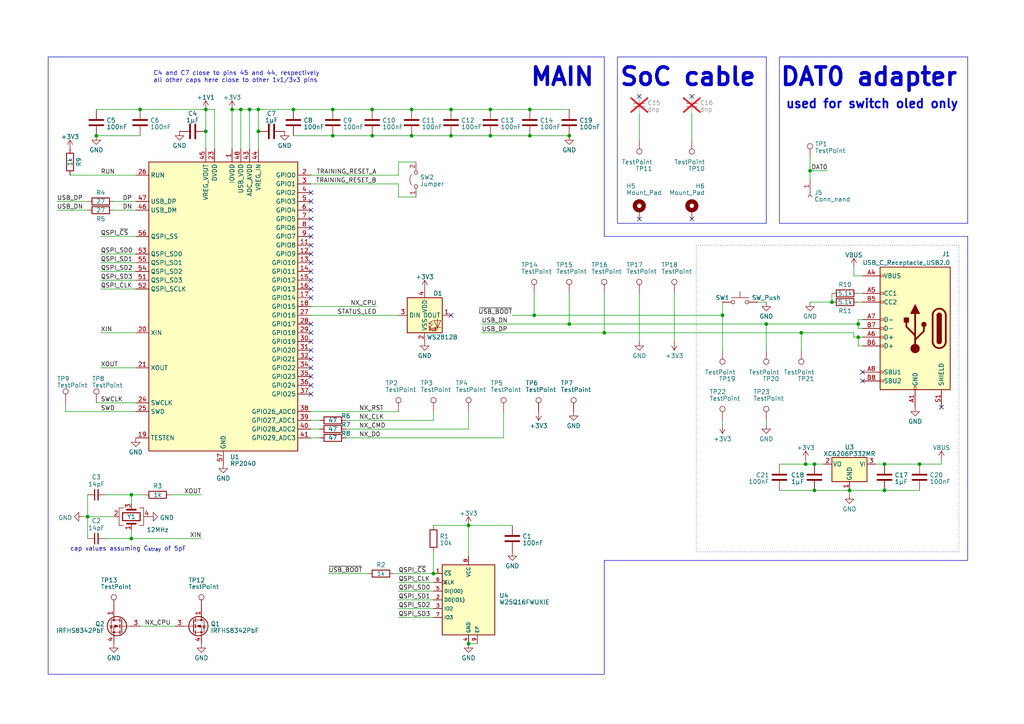
<source format=kicad_sch>
(kicad_sch (version 20230121) (generator eeschema)
  (paper "A4")
  (lib_symbols
    (symbol "Connector:Conn_01x01_Socket" (pin_names (offset 1.016) hide)
      (property "Reference" "J" (at 0 2.54 0))
      (property "Value" "Conn_01x01_Socket" (at 0 -2.54 0))
      (symbol "Conn_01x01_Socket_1_1"
        (pin passive line (at -5.08 0 0) (length 3.81) (name "Pin_1") (number "1"))
      )
    )
    (symbol "Connector:TestPoint" (pin_numbers hide) (pin_names (offset 0.762) hide)
      (property "Reference" "TP" (at 0 6.858 0))
      (property "Value" "TestPoint" (at 0 5.08 0))
      (symbol "TestPoint_1_1"
        (pin passive line (at 0 0 90) (length 2.54) (name "1") (number "1"))
      )
    )
    (symbol "Connector:USB_C_Receptacle_USB2.0" (pin_names (offset 1.016))
      (property "Reference" "J" (at -10.16 19.05 0))
      (property "Value" "USB_C_Receptacle_USB2.0" (at 19.05 19.05 0))
      (symbol "USB_C_Receptacle_USB2.0_1_1"
        (pin passive line (at 0 -22.86 90) (length 5.08) (name "GND") (number "A1"))
        (pin passive line (at 0 -22.86 90) (length 5.08) hide (name "GND") (number "A12"))
        (pin passive line (at 15.24 15.24 180) (length 5.08) (name "VBUS") (number "A4"))
        (pin bidirectional line (at 15.24 10.16 180) (length 5.08) (name "CC1") (number "A5"))
        (pin bidirectional line (at 15.24 -2.54 180) (length 5.08) (name "D+") (number "A6"))
        (pin bidirectional line (at 15.24 2.54 180) (length 5.08) (name "D-") (number "A7"))
        (pin bidirectional line (at 15.24 -12.7 180) (length 5.08) (name "SBU1") (number "A8"))
        (pin passive line (at 15.24 15.24 180) (length 5.08) hide (name "VBUS") (number "A9"))
        (pin passive line (at 0 -22.86 90) (length 5.08) hide (name "GND") (number "B1"))
        (pin passive line (at 0 -22.86 90) (length 5.08) hide (name "GND") (number "B12"))
        (pin passive line (at 15.24 15.24 180) (length 5.08) hide (name "VBUS") (number "B4"))
        (pin bidirectional line (at 15.24 7.62 180) (length 5.08) (name "CC2") (number "B5"))
        (pin bidirectional line (at 15.24 -5.08 180) (length 5.08) (name "D+") (number "B6"))
        (pin bidirectional line (at 15.24 0 180) (length 5.08) (name "D-") (number "B7"))
        (pin bidirectional line (at 15.24 -15.24 180) (length 5.08) (name "SBU2") (number "B8"))
        (pin passive line (at 15.24 15.24 180) (length 5.08) hide (name "VBUS") (number "B9"))
        (pin passive line (at -7.62 -22.86 90) (length 5.08) (name "SHIELD") (number "S1"))
      )
    )
    (symbol "Device:C" (pin_numbers hide) (pin_names (offset 0.254))
      (property "Reference" "C" (at 0.635 2.54 0))
      (property "Value" "C" (at 0.635 -2.54 0))
      (symbol "C_1_1"
        (pin passive line (at 0 3.81 270) (length 2.794) (name "~") (number "1"))
        (pin passive line (at 0 -3.81 90) (length 2.794) (name "~") (number "2"))
      )
    )
    (symbol "Device:C_Small" (pin_numbers hide) (pin_names (offset 0.254) hide)
      (property "Reference" "C" (at 0.254 1.778 0))
      (property "Value" "C_Small" (at 0.254 -2.032 0))
      (symbol "C_Small_1_1"
        (pin passive line (at 0 2.54 270) (length 2.032) (name "~") (number "1"))
        (pin passive line (at 0 -2.54 90) (length 2.032) (name "~") (number "2"))
      )
    )
    (symbol "Device:Crystal_GND24" (pin_names (offset 1.016) hide)
      (property "Reference" "Y" (at 3.175 5.08 0))
      (property "Value" "Crystal_GND24" (at 3.175 3.175 0))
      (symbol "Crystal_GND24_1_1"
        (pin passive line (at -3.81 0 0) (length 1.27) (name "1") (number "1"))
        (pin passive line (at 0 5.08 270) (length 1.27) (name "2") (number "2"))
        (pin passive line (at 3.81 0 180) (length 1.27) (name "3") (number "3"))
        (pin passive line (at 0 -5.08 90) (length 1.27) (name "4") (number "4"))
      )
    )
    (symbol "Device:R" (pin_numbers hide) (pin_names (offset 0))
      (property "Reference" "R" (at 2.032 0 90))
      (property "Value" "R" (at 0 0 90))
      (symbol "R_1_1"
        (pin passive line (at 0 3.81 270) (length 1.27) (name "~") (number "1"))
        (pin passive line (at 0 -3.81 90) (length 1.27) (name "~") (number "2"))
      )
    )
    (symbol "Jumper:Jumper_2_Open" (pin_names (offset 0) hide)
      (property "Reference" "JP" (at 0 2.794 0))
      (property "Value" "Jumper_2_Open" (at 0 -2.286 0))
      (symbol "Jumper_2_Open_1_1"
        (pin passive line (at -5.08 0 0) (length 2.54) (name "A") (number "1"))
        (pin passive line (at 5.08 0 180) (length 2.54) (name "B") (number "2"))
      )
    )
    (symbol "MCU_RaspberryPi:RP2040"
      (property "Reference" "U" (at 17.78 45.72 0))
      (property "Value" "RP2040" (at 17.78 43.18 0))
      (symbol "RP2040_1_1"
        (pin power_in line (at 2.54 45.72 270) (length 3.81) (name "IOVDD") (number "1"))
        (pin passive line (at 2.54 45.72 270) (length 3.81) hide (name "IOVDD") (number "10"))
        (pin bidirectional line (at 25.4 17.78 180) (length 3.81) (name "GPIO8") (number "11"))
        (pin bidirectional line (at 25.4 15.24 180) (length 3.81) (name "GPIO9") (number "12"))
        (pin bidirectional line (at 25.4 12.7 180) (length 3.81) (name "GPIO10") (number "13"))
        (pin bidirectional line (at 25.4 10.16 180) (length 3.81) (name "GPIO11") (number "14"))
        (pin bidirectional line (at 25.4 7.62 180) (length 3.81) (name "GPIO12") (number "15"))
        (pin bidirectional line (at 25.4 5.08 180) (length 3.81) (name "GPIO13") (number "16"))
        (pin bidirectional line (at 25.4 2.54 180) (length 3.81) (name "GPIO14") (number "17"))
        (pin bidirectional line (at 25.4 0 180) (length 3.81) (name "GPIO15") (number "18"))
        (pin input line (at -25.4 -38.1 0) (length 3.81) (name "TESTEN") (number "19"))
        (pin bidirectional line (at 25.4 38.1 180) (length 3.81) (name "GPIO0") (number "2"))
        (pin input line (at -25.4 -7.62 0) (length 3.81) (name "XIN") (number "20"))
        (pin passive line (at -25.4 -17.78 0) (length 3.81) (name "XOUT") (number "21"))
        (pin passive line (at 2.54 45.72 270) (length 3.81) hide (name "IOVDD") (number "22"))
        (pin power_in line (at -2.54 45.72 270) (length 3.81) (name "DVDD") (number "23"))
        (pin input line (at -25.4 -27.94 0) (length 3.81) (name "SWCLK") (number "24"))
        (pin bidirectional line (at -25.4 -30.48 0) (length 3.81) (name "SWD") (number "25"))
        (pin input line (at -25.4 38.1 0) (length 3.81) (name "RUN") (number "26"))
        (pin bidirectional line (at 25.4 -2.54 180) (length 3.81) (name "GPIO16") (number "27"))
        (pin bidirectional line (at 25.4 -5.08 180) (length 3.81) (name "GPIO17") (number "28"))
        (pin bidirectional line (at 25.4 -7.62 180) (length 3.81) (name "GPIO18") (number "29"))
        (pin bidirectional line (at 25.4 35.56 180) (length 3.81) (name "GPIO1") (number "3"))
        (pin bidirectional line (at 25.4 -10.16 180) (length 3.81) (name "GPIO19") (number "30"))
        (pin bidirectional line (at 25.4 -12.7 180) (length 3.81) (name "GPIO20") (number "31"))
        (pin bidirectional line (at 25.4 -15.24 180) (length 3.81) (name "GPIO21") (number "32"))
        (pin passive line (at 2.54 45.72 270) (length 3.81) hide (name "IOVDD") (number "33"))
        (pin bidirectional line (at 25.4 -17.78 180) (length 3.81) (name "GPIO22") (number "34"))
        (pin bidirectional line (at 25.4 -20.32 180) (length 3.81) (name "GPIO23") (number "35"))
        (pin bidirectional line (at 25.4 -22.86 180) (length 3.81) (name "GPIO24") (number "36"))
        (pin bidirectional line (at 25.4 -25.4 180) (length 3.81) (name "GPIO25") (number "37"))
        (pin bidirectional line (at 25.4 -30.48 180) (length 3.81) (name "GPIO26_ADC0") (number "38"))
        (pin bidirectional line (at 25.4 -33.02 180) (length 3.81) (name "GPIO27_ADC1") (number "39"))
        (pin bidirectional line (at 25.4 33.02 180) (length 3.81) (name "GPIO2") (number "4"))
        (pin bidirectional line (at 25.4 -35.56 180) (length 3.81) (name "GPIO28_ADC2") (number "40"))
        (pin bidirectional line (at 25.4 -38.1 180) (length 3.81) (name "GPIO29_ADC3") (number "41"))
        (pin passive line (at 2.54 45.72 270) (length 3.81) hide (name "IOVDD") (number "42"))
        (pin power_in line (at 7.62 45.72 270) (length 3.81) (name "ADC_AVDD") (number "43"))
        (pin power_in line (at 10.16 45.72 270) (length 3.81) (name "VREG_IN") (number "44"))
        (pin power_out line (at -5.08 45.72 270) (length 3.81) (name "VREG_VOUT") (number "45"))
        (pin bidirectional line (at -25.4 27.94 0) (length 3.81) (name "USB_DM") (number "46"))
        (pin bidirectional line (at -25.4 30.48 0) (length 3.81) (name "USB_DP") (number "47"))
        (pin power_in line (at 5.08 45.72 270) (length 3.81) (name "USB_VDD") (number "48"))
        (pin passive line (at 2.54 45.72 270) (length 3.81) hide (name "IOVDD") (number "49"))
        (pin bidirectional line (at 25.4 30.48 180) (length 3.81) (name "GPIO3") (number "5"))
        (pin passive line (at -2.54 45.72 270) (length 3.81) hide (name "DVDD") (number "50"))
        (pin bidirectional line (at -25.4 7.62 0) (length 3.81) (name "QSPI_SD3") (number "51"))
        (pin output line (at -25.4 5.08 0) (length 3.81) (name "QSPI_SCLK") (number "52"))
        (pin bidirectional line (at -25.4 15.24 0) (length 3.81) (name "QSPI_SD0") (number "53"))
        (pin bidirectional line (at -25.4 10.16 0) (length 3.81) (name "QSPI_SD2") (number "54"))
        (pin bidirectional line (at -25.4 12.7 0) (length 3.81) (name "QSPI_SD1") (number "55"))
        (pin bidirectional line (at -25.4 20.32 0) (length 3.81) (name "QSPI_SS") (number "56"))
        (pin power_in line (at 0 -45.72 90) (length 3.81) (name "GND") (number "57"))
        (pin bidirectional line (at 25.4 27.94 180) (length 3.81) (name "GPIO4") (number "6"))
        (pin bidirectional line (at 25.4 25.4 180) (length 3.81) (name "GPIO5") (number "7"))
        (pin bidirectional line (at 25.4 22.86 180) (length 3.81) (name "GPIO6") (number "8"))
        (pin bidirectional line (at 25.4 20.32 180) (length 3.81) (name "GPIO7") (number "9"))
      )
    )
    (symbol "Mechanical:MountingHole_Pad" (pin_numbers hide) (pin_names (offset 1.016) hide)
      (property "Reference" "H" (at 0 6.35 0))
      (property "Value" "MountingHole_Pad" (at 0 4.445 0))
      (symbol "MountingHole_Pad_1_1"
        (pin input line (at 0 -2.54 90) (length 2.54) (name "1") (number "1"))
      )
    )
    (symbol "Regulator_Linear:XC6206PxxxMR" (pin_names (offset 0.254))
      (property "Reference" "U" (at -3.81 3.175 0))
      (property "Value" "XC6206PxxxMR" (at 0 3.175 0))
      (symbol "XC6206PxxxMR_1_1"
        (pin power_in line (at 0 -7.62 90) (length 2.54) (name "GND") (number "1"))
        (pin power_out line (at 7.62 0 180) (length 2.54) (name "VO") (number "2"))
        (pin power_in line (at -7.62 0 0) (length 2.54) (name "VI") (number "3"))
      )
    )
    (symbol "Switch:SW_Push" (pin_numbers hide) (pin_names (offset 1.016) hide)
      (property "Reference" "SW" (at 1.27 2.54 0))
      (property "Value" "SW_Push" (at 0 -1.524 0))
      (symbol "SW_Push_0_1"
        (pin passive line (at -5.08 0 0) (length 2.54) (name "1") (number "1"))
        (pin passive line (at 5.08 0 180) (length 2.54) (name "2") (number "2"))
      )
    )
    (symbol "flexifly:IRFHS8342PbF"
      (property "Reference" "Q" (at 3.81 5.08 0))
      (property "Value" "IRFHS8342PbF" (at 10.16 2.54 0))
      (symbol "IRFHS8342PbF_1_1"
        (pin passive line (at 1.27 5.08 270) (length 2.54) (name "") (number "1"))
        (pin passive line (at 1.27 5.08 270) (length 2.54) hide (name "") (number "2"))
        (pin passive line (at -6.35 0 0) (length 2.54) (name "") (number "3"))
        (pin passive line (at 1.27 -5.08 90) (length 2.54) (name "") (number "4"))
        (pin passive line (at 1.27 5.08 270) (length 2.54) hide (name "") (number "5"))
        (pin passive line (at 1.27 5.08 270) (length 2.54) hide (name "") (number "6"))
        (pin passive line (at 1.27 -5.08 90) (length 2.54) hide (name "") (number "7"))
        (pin passive line (at 1.27 5.08 270) (length 2.54) hide (name "") (number "8"))
      )
    )
    (symbol "flexifly:W25QxxxxUXxx"
      (property "Reference" "U" (at -6.35 11.43 0))
      (property "Value" "W25QxxxxUXxx" (at -8.89 -11.43 0))
      (symbol "W25QxxxxUXxx_0_0"
        (pin input line (at -10.16 7.62 0) (length 2.54) (name "~{CS}") (number "1"))
        (pin bidirectional line (at -10.16 0 0) (length 2.54) (name "DO(IO1)") (number "2"))
        (pin bidirectional line (at -10.16 -2.54 0) (length 2.54) (name "IO2") (number "3"))
        (pin power_in line (at 0 -12.7 90) (length 2.54) (name "GND") (number "4"))
        (pin bidirectional line (at -10.16 2.54 0) (length 2.54) (name "DI(IO0)") (number "5"))
        (pin input clock (at -10.16 5.08 0) (length 2.54) (name "CLK") (number "6"))
        (pin bidirectional line (at -10.16 -5.08 0) (length 2.54) (name "IO3") (number "7"))
      )
      (symbol "W25QxxxxUXxx_1_0"
        (pin power_in line (at 0 12.7 270) (length 2.54) (name "VCC") (number "8"))
        (pin power_in line (at 2.54 -12.7 90) (length 2.54) (name "EP") (number "9"))
      )
    )
    (symbol "flexifly:WS2812B-2020"
      (property "Reference" "U" (at 3.81 6.35 0))
      (property "Value" "WS2812B-2020" (at 0 0 0))
      (symbol "WS2812B-2020_0_0"
        (text "RGB" (at 2.286 -4.191 0) (effects (font (size 0.762 0.762))))
      )
      (symbol "WS2812B-2020_1_1"
        (pin output line (at 7.62 0 180) (length 2.54) (name "DOUT") (number "1"))
        (pin power_in line (at 0 -7.62 90) (length 2.54) (name "VSS") (number "2"))
        (pin input line (at -7.62 0 0) (length 2.54) (name "DIN") (number "3"))
        (pin power_in line (at 0 7.62 270) (length 2.54) (name "VDD") (number "4"))
      )
    )
    (symbol "power:+1V1" (power) (pin_names (offset 0))
      (property "Value" "+1V1" (at 0 3.556 0))
      (symbol "+1V1_1_1"
        (pin power_in line (at 0 0 90) (length 0) hide (name "+1V1") (number "1"))
      )
    )
    (symbol "power:+3V3" (power) (pin_names (offset 0))
      (property "Value" "+3V3" (at 0 3.556 0))
      (symbol "+3V3_1_1"
        (pin power_in line (at 0 0 90) (length 0) hide (name "+3V3") (number "1"))
      )
    )
    (symbol "power:GND" (power) (pin_names (offset 0))
      (property "Value" "GND" (at 0 -3.81 0))
      (symbol "GND_1_1"
        (pin power_in line (at 0 0 270) (length 0) hide (name "GND") (number "1"))
      )
    )
    (symbol "power:VBUS" (power) (pin_names (offset 0))
      (property "Value" "VBUS" (at 0 3.81 0))
      (symbol "VBUS_1_1"
        (pin power_in line (at 0 0 90) (length 0) hide (name "VBUS") (number "1"))
      )
    )
  )
  (junction (at 27.94 39.37))
  (junction (at 85.09 31.75))
  (junction (at 248.92 93.98))
  (junction (at 234.95 49.53))
  (junction (at 74.93 31.75))
  (junction (at 59.69 38.1))
  (junction (at 266.7 134.62))
  (junction (at 96.52 31.75))
  (junction (at 25.4 149.86))
  (junction (at 119.38 39.37))
  (junction (at 130.81 31.75))
  (junction (at 72.39 31.75))
  (junction (at 96.52 39.37))
  (junction (at 222.25 93.98))
  (junction (at 175.26 96.52))
  (junction (at 165.1 39.37))
  (junction (at 236.22 142.24))
  (junction (at 232.41 96.52))
  (junction (at 142.24 31.75))
  (junction (at 256.54 142.24))
  (junction (at 38.1 156.21))
  (junction (at 125.73 166.37))
  (junction (at 153.67 39.37))
  (junction (at 119.38 31.75))
  (junction (at 69.85 31.75))
  (junction (at 67.31 31.75))
  (junction (at 107.95 31.75))
  (junction (at 236.22 134.62))
  (junction (at 165.1 93.98))
  (junction (at 142.24 39.37))
  (junction (at 38.1 143.51))
  (junction (at 59.69 31.75))
  (junction (at 130.81 39.37))
  (junction (at 248.92 97.79))
  (junction (at 256.54 134.62))
  (junction (at 135.89 152.4))
  (junction (at 209.55 91.44))
  (junction (at 40.64 31.75))
  (junction (at 233.68 134.62))
  (junction (at 135.89 186.69))
  (junction (at 74.93 38.1))
  (junction (at 153.67 31.75))
  (junction (at 241.3 87.63))
  (junction (at 107.95 39.37))
  (junction (at 154.94 91.44))
  (junction (at 246.38 142.24))
  (no_connect (at 90.17 71.12))
  (no_connect (at 90.17 60.96))
  (no_connect (at 90.17 99.06))
  (no_connect (at 250.19 107.95))
  (no_connect (at 273.05 118.11))
  (no_connect (at 90.17 68.58))
  (no_connect (at 250.19 110.49))
  (no_connect (at 90.17 114.3))
  (no_connect (at 90.17 109.22))
  (no_connect (at 90.17 63.5))
  (no_connect (at 90.17 104.14))
  (no_connect (at 90.17 93.98))
  (no_connect (at 90.17 55.88))
  (no_connect (at 90.17 106.68))
  (no_connect (at 90.17 111.76))
  (no_connect (at 90.17 83.82))
  (no_connect (at 90.17 73.66))
  (no_connect (at 200.66 63.5))
  (no_connect (at 90.17 96.52))
  (no_connect (at 90.17 86.36))
  (no_connect (at 90.17 76.2))
  (no_connect (at 185.42 63.5))
  (no_connect (at 90.17 81.28))
  (no_connect (at 200.66 27.94))
  (no_connect (at 130.81 91.44))
  (no_connect (at 90.17 78.74))
  (no_connect (at 90.17 66.04))
  (no_connect (at 90.17 58.42))
  (no_connect (at 185.42 27.94))
  (no_connect (at 90.17 101.6))
  (polyline (pts (xy 175.26 68.58) (xy 280.67 68.58)))
  (wire (pts (xy 115.57 57.15) (xy 120.65 57.15)))
  (wire (pts (xy 222.25 93.98) (xy 222.25 101.6)))
  (wire (pts (xy 40.64 181.61) (xy 50.8 181.61)))
  (wire (pts (xy 38.1 153.67) (xy 38.1 156.21)))
  (wire (pts (xy 72.39 31.75) (xy 72.39 43.18)))
  (wire (pts (xy 139.7 93.98) (xy 165.1 93.98)))
  (wire (pts (xy 248.92 85.09) (xy 250.19 85.09)))
  (wire (pts (xy 115.57 168.91) (xy 125.73 168.91)))
  (wire (pts (xy 30.48 143.51) (xy 38.1 143.51)))
  (wire (pts (xy 33.02 60.96) (xy 39.37 60.96)))
  (wire (pts (xy 100.33 124.46) (xy 135.89 124.46)))
  (polyline (pts (xy 13.97 195.58) (xy 13.97 16.51)))
  (wire (pts (xy 233.68 134.62) (xy 236.22 134.62)))
  (wire (pts (xy 25.4 149.86) (xy 33.02 149.86)))
  (wire (pts (xy 209.55 87.63) (xy 209.55 91.44)))
  (wire (pts (xy 234.95 49.53) (xy 234.95 52.07)))
  (wire (pts (xy 232.41 96.52) (xy 247.65 96.52)))
  (polyline (pts (xy 175.26 16.51) (xy 175.26 68.58)))
  (wire (pts (xy 130.81 31.75) (xy 142.24 31.75)))
  (wire (pts (xy 29.21 106.68) (xy 39.37 106.68)))
  (wire (pts (xy 154.94 91.44) (xy 209.55 91.44)))
  (wire (pts (xy 115.57 53.34) (xy 115.57 57.15)))
  (wire (pts (xy 38.1 143.51) (xy 38.1 146.05)))
  (wire (pts (xy 115.57 173.99) (xy 125.73 173.99)))
  (wire (pts (xy 233.68 133.35) (xy 233.68 134.62)))
  (wire (pts (xy 241.3 85.09) (xy 241.3 87.63)))
  (wire (pts (xy 25.4 149.86) (xy 25.4 156.21)))
  (wire (pts (xy 115.57 179.07) (xy 125.73 179.07)))
  (wire (pts (xy 20.32 50.8) (xy 39.37 50.8)))
  (wire (pts (xy 114.3 166.37) (xy 125.73 166.37)))
  (wire (pts (xy 226.06 134.62) (xy 233.68 134.62)))
  (wire (pts (xy 100.33 127) (xy 146.05 127)))
  (wire (pts (xy 153.67 39.37) (xy 165.1 39.37)))
  (wire (pts (xy 25.4 143.51) (xy 25.4 149.86)))
  (wire (pts (xy 119.38 39.37) (xy 130.81 39.37)))
  (wire (pts (xy 16.51 58.42) (xy 25.4 58.42)))
  (wire (pts (xy 256.54 134.62) (xy 266.7 134.62)))
  (wire (pts (xy 27.94 31.75) (xy 40.64 31.75)))
  (wire (pts (xy 256.54 142.24) (xy 266.7 142.24)))
  (wire (pts (xy 200.66 33.02) (xy 200.66 40.64)))
  (wire (pts (xy 248.92 92.71) (xy 250.19 92.71)))
  (wire (pts (xy 120.65 46.99) (xy 115.57 46.99)))
  (wire (pts (xy 96.52 39.37) (xy 107.95 39.37)))
  (wire (pts (xy 209.55 91.44) (xy 209.55 101.6)))
  (wire (pts (xy 115.57 171.45) (xy 125.73 171.45)))
  (wire (pts (xy 74.93 38.1) (xy 74.93 43.18)))
  (wire (pts (xy 130.81 39.37) (xy 142.24 39.37)))
  (wire (pts (xy 16.51 60.96) (xy 25.4 60.96)))
  (wire (pts (xy 29.21 73.66) (xy 39.37 73.66)))
  (wire (pts (xy 248.92 97.79) (xy 248.92 100.33)))
  (wire (pts (xy 74.93 31.75) (xy 85.09 31.75)))
  (wire (pts (xy 119.38 31.75) (xy 130.81 31.75)))
  (wire (pts (xy 29.21 83.82) (xy 39.37 83.82)))
  (wire (pts (xy 29.21 78.74) (xy 39.37 78.74)))
  (wire (pts (xy 248.92 95.25) (xy 250.19 95.25)))
  (wire (pts (xy 248.92 87.63) (xy 250.19 87.63)))
  (wire (pts (xy 222.25 121.92) (xy 222.25 123.19)))
  (wire (pts (xy 236.22 142.24) (xy 246.38 142.24)))
  (wire (pts (xy 62.23 31.75) (xy 62.23 43.18)))
  (wire (pts (xy 24.13 149.86) (xy 25.4 149.86)))
  (wire (pts (xy 90.17 53.34) (xy 115.57 53.34)))
  (wire (pts (xy 115.57 176.53) (xy 125.73 176.53)))
  (polyline (pts (xy 201.93 71.12) (xy 278.13 71.12)) (stroke (width 0) (type dot)))
  (wire (pts (xy 142.24 39.37) (xy 153.67 39.37)))
  (wire (pts (xy 107.95 39.37) (xy 119.38 39.37)))
  (wire (pts (xy 165.1 93.98) (xy 165.1 85.09)))
  (wire (pts (xy 59.69 43.18) (xy 59.69 38.1)))
  (polyline (pts (xy 175.26 162.56) (xy 175.26 195.58)))
  (wire (pts (xy 247.65 77.47) (xy 247.65 80.01)))
  (wire (pts (xy 90.17 119.38) (xy 115.57 119.38)))
  (wire (pts (xy 219.71 87.63) (xy 222.25 87.63)))
  (wire (pts (xy 232.41 96.52) (xy 232.41 101.6)))
  (wire (pts (xy 38.1 143.51) (xy 41.91 143.51)))
  (wire (pts (xy 29.21 76.2) (xy 39.37 76.2)))
  (wire (pts (xy 115.57 46.99) (xy 115.57 50.8)))
  (wire (pts (xy 234.95 49.53) (xy 240.03 49.53)))
  (wire (pts (xy 74.93 31.75) (xy 74.93 38.1)))
  (wire (pts (xy 96.52 31.75) (xy 107.95 31.75)))
  (wire (pts (xy 175.26 96.52) (xy 175.26 85.09)))
  (wire (pts (xy 135.89 119.38) (xy 135.89 124.46)))
  (wire (pts (xy 135.89 152.4) (xy 135.89 161.29)))
  (wire (pts (xy 85.09 31.75) (xy 96.52 31.75)))
  (wire (pts (xy 29.21 96.52) (xy 39.37 96.52)))
  (wire (pts (xy 95.25 166.37) (xy 106.68 166.37)))
  (wire (pts (xy 67.31 31.75) (xy 69.85 31.75)))
  (wire (pts (xy 246.38 143.51) (xy 246.38 142.24)))
  (polyline (pts (xy 201.93 71.12) (xy 201.93 160.02)) (stroke (width 0) (type dot)))
  (wire (pts (xy 38.1 156.21) (xy 58.42 156.21)))
  (polyline (pts (xy 278.13 160.02) (xy 201.93 160.02)) (stroke (width 0) (type dot)))
  (wire (pts (xy 165.1 93.98) (xy 222.25 93.98)))
  (wire (pts (xy 248.92 93.98) (xy 248.92 95.25)))
  (wire (pts (xy 59.69 31.75) (xy 59.69 38.1)))
  (wire (pts (xy 90.17 127) (xy 92.71 127)))
  (wire (pts (xy 234.95 45.72) (xy 234.95 49.53)))
  (wire (pts (xy 185.42 33.02) (xy 185.42 40.64)))
  (wire (pts (xy 67.31 31.75) (xy 67.31 43.18)))
  (wire (pts (xy 125.73 119.38) (xy 125.73 121.92)))
  (wire (pts (xy 142.24 31.75) (xy 153.67 31.75)))
  (wire (pts (xy 248.92 97.79) (xy 247.65 97.79)))
  (wire (pts (xy 266.7 134.62) (xy 273.05 134.62)))
  (wire (pts (xy 139.7 96.52) (xy 175.26 96.52)))
  (wire (pts (xy 90.17 121.92) (xy 92.71 121.92)))
  (wire (pts (xy 247.65 80.01) (xy 250.19 80.01)))
  (wire (pts (xy 69.85 31.75) (xy 69.85 43.18)))
  (wire (pts (xy 90.17 91.44) (xy 115.57 91.44)))
  (wire (pts (xy 254 134.62) (xy 256.54 134.62)))
  (wire (pts (xy 154.94 91.44) (xy 154.94 85.09)))
  (wire (pts (xy 135.89 186.69) (xy 138.43 186.69)))
  (wire (pts (xy 209.55 121.92) (xy 209.55 123.19)))
  (wire (pts (xy 125.73 152.4) (xy 135.89 152.4)))
  (wire (pts (xy 153.67 31.75) (xy 165.1 31.75)))
  (wire (pts (xy 185.42 85.09) (xy 185.42 99.06)))
  (wire (pts (xy 69.85 31.75) (xy 72.39 31.75)))
  (wire (pts (xy 100.33 121.92) (xy 125.73 121.92)))
  (wire (pts (xy 85.09 39.37) (xy 96.52 39.37)))
  (wire (pts (xy 29.21 81.28) (xy 39.37 81.28)))
  (wire (pts (xy 247.65 96.52) (xy 247.65 97.79)))
  (wire (pts (xy 19.05 119.38) (xy 19.05 116.84)))
  (wire (pts (xy 195.58 85.09) (xy 195.58 99.06)))
  (wire (pts (xy 107.95 31.75) (xy 119.38 31.75)))
  (polyline (pts (xy 13.97 16.51) (xy 175.26 16.51)))
  (wire (pts (xy 33.02 58.42) (xy 39.37 58.42)))
  (polyline (pts (xy 175.26 195.58) (xy 13.97 195.58)))
  (wire (pts (xy 246.38 142.24) (xy 256.54 142.24)))
  (wire (pts (xy 27.94 116.84) (xy 39.37 116.84)))
  (wire (pts (xy 148.59 91.44) (xy 154.94 91.44)))
  (wire (pts (xy 234.95 87.63) (xy 241.3 87.63)))
  (wire (pts (xy 90.17 88.9) (xy 109.22 88.9)))
  (wire (pts (xy 29.21 68.58) (xy 39.37 68.58)))
  (wire (pts (xy 40.64 31.75) (xy 59.69 31.75)))
  (wire (pts (xy 49.53 143.51) (xy 58.42 143.51)))
  (wire (pts (xy 248.92 93.98) (xy 248.92 92.71)))
  (wire (pts (xy 72.39 31.75) (xy 74.93 31.75)))
  (wire (pts (xy 248.92 100.33) (xy 250.19 100.33)))
  (wire (pts (xy 38.1 156.21) (xy 30.48 156.21)))
  (wire (pts (xy 146.05 119.38) (xy 146.05 127)))
  (wire (pts (xy 90.17 124.46) (xy 92.71 124.46)))
  (polyline (pts (xy 278.13 71.12) (xy 278.13 160.02)) (stroke (width 0) (type dot)))
  (wire (pts (xy 19.05 119.38) (xy 39.37 119.38)))
  (wire (pts (xy 27.94 39.37) (xy 40.64 39.37)))
  (wire (pts (xy 236.22 134.62) (xy 238.76 134.62)))
  (wire (pts (xy 135.89 152.4) (xy 148.59 152.4)))
  (wire (pts (xy 125.73 160.02) (xy 125.73 166.37)))
  (polyline (pts (xy 280.67 68.58) (xy 280.67 162.56)))
  (wire (pts (xy 59.69 31.75) (xy 62.23 31.75)))
  (wire (pts (xy 273.05 134.62) (xy 273.05 133.35)))
  (wire (pts (xy 222.25 93.98) (xy 248.92 93.98)))
  (wire (pts (xy 226.06 142.24) (xy 236.22 142.24)))
  (polyline (pts (xy 280.67 162.56) (xy 175.26 162.56)))
  (wire (pts (xy 248.92 97.79) (xy 250.19 97.79)))
  (wire (pts (xy 90.17 50.8) (xy 115.57 50.8)))
  (wire (pts (xy 175.26 96.52) (xy 232.41 96.52)))
  (rectangle (start 226.06 16.51) (end 280.67 64.77))
  (rectangle (start 179.07 16.51) (end 222.25 64.77))
  (text "DAT0 adapter" (at 278.13 25.4 0) (effects (font (size 5.08 5.08) (thickness 1.016) bold) (justify right bottom)))
  (text "C4 and C7 close to pins 45 and 44, respectively\nall other caps here close to other 1v1/3v3 pins" (at 44.45 24.13 0) (effects (font (size 1.27 1.27)) (justify left bottom)))
  (text "MAIN" (at 172.72 25.4 0) (effects (font (size 5.08 5.08) (thickness 1.016) bold) (justify right bottom)))
  (text "SoC cable" (at 219.71 25.4 0) (effects (font (size 5.08 5.08) (thickness 1.016) bold) (justify right bottom)))
  (text "cap values assuming C_{stray} of 5pF" (at 20.32 160.02 0) (effects (font (size 1.27 1.27)) (justify left bottom)))
  (text "used for switch oled only" (at 278.13 31.75 0) (effects (font (size 2.54 2.54) (thickness 0.508) bold) (justify right bottom)))
  (label "QSPI_SD0" (at 115.57 171.45 0))
  (label "NX_D0" (at 104.14 127 0))
  (label "QSPI_SD1" (at 29.21 76.2 0))
  (label "XIN" (at 58.42 156.21 180))
  (label "RUN" (at 29.21 50.8 0))
  (label "STATUS_LED" (at 109.22 91.44 180))
  (label "USB_DN" (at 139.7 93.98 0))
  (label "USB_DN" (at 16.51 60.96 0))
  (label "QSPI_CLK" (at 115.57 168.91 0))
  (label "SWCLK" (at 29.21 116.84 0))
  (label "DP" (at 35.56 58.42 0))
  (label "~{USB_BOOT}" (at 148.59 91.44 180))
  (label "NX_CPU" (at 109.22 88.9 180))
  (label "QSPI_SD3" (at 29.21 81.28 0))
  (label "QSPI_SD2" (at 115.57 176.53 0))
  (label "DAT0" (at 240.03 49.53 180))
  (label "~{USB_BOOT}" (at 95.25 166.37 0))
  (label "NX_CMD" (at 104.14 124.46 0))
  (label "DN" (at 35.56 60.96 0))
  (label "QSPI_~{CS}" (at 115.57 166.37 0))
  (label "NX_RST" (at 104.14 119.38 0))
  (label "USB_DP" (at 139.7 96.52 0))
  (label "QSPI_SD2" (at 29.21 78.74 0))
  (label "NX_CLK" (at 104.14 121.92 0))
  (label "USB_DP" (at 16.51 58.42 0))
  (label "TRAINING_RESET_A" (at 109.22 50.8 180))
  (label "NX_CPU" (at 49.53 181.61 180))
  (label "XOUT" (at 58.42 143.51 180))
  (label "QSPI_SD0" (at 29.21 73.66 0))
  (label "QSPI_~{CS}" (at 29.21 68.58 0))
  (label "SWD" (at 29.21 119.38 0))
  (label "QSPI_SD3" (at 115.57 179.07 0))
  (label "XOUT" (at 29.21 106.68 0))
  (label "TRAINING_RESET_B" (at 109.22 53.34 180))
  (label "QSPI_CLK" (at 29.21 83.82 0))
  (label "QSPI_SD1" (at 115.57 173.99 0))
  (label "XIN" (at 29.21 96.52 0))
  (symbol (lib_id "power:GND") (at 222.25 123.19 0) (unit 1)
    (property "Reference" "#PWR027" (effects hide))
    (property "Value" "GND" (at 222.25 127.3255 0))
  )
  (symbol (lib_id "Device:R") (at 110.49 166.37 90) (unit 1)
    (property "Reference" "R2" (at 110.49 163.83 90))
    (property "Value" "1k" (at 110.49 166.37 90))
    (property "Footprint" "Resistor_SMD:R_0201_0603Metric" (effects hide))
    (property "LCSC" "C138165" (effects hide))
  )
  (symbol (lib_id "Device:R") (at 29.21 60.96 270) (unit 1)
    (property "Reference" "R5" (at 29.21 63.5 90))
    (property "Value" "27" (at 29.21 60.96 90))
    (property "Footprint" "Resistor_SMD:R_0201_0603Metric" (effects hide))
    (property "LCSC" "C100168" (effects hide))
  )
  (symbol (lib_id "power:GND") (at 246.38 143.51 0) (unit 1)
    (property "Reference" "#PWR026" (effects hide))
    (property "Value" "GND" (at 246.38 147.6455 0))
  )
  (symbol (lib_id "Device:R") (at 20.32 46.99 0) (unit 1)
    (property "Reference" "R9" (at 22.86 46.99 90))
    (property "Value" "1k" (at 20.32 46.99 90))
    (property "Footprint" "Resistor_SMD:R_0201_0603Metric" (effects hide))
    (property "LCSC" "C138165" (effects hide))
  )
  (symbol (lib_id "Device:C") (at 85.09 35.56 180) (unit 1)
    (property "Reference" "C8" (at 88.011 34.9163 0) (effects (justify right)))
    (property "Value" "100nF" (at 88.011 36.8373 0) (effects (justify right)))
    (property "Footprint" "Capacitor_SMD:C_0201_0603Metric" (effects hide))
    (property "LCSC" "C160831" (effects hide))
  )
  (symbol (lib_id "power:VBUS") (at 273.05 133.35 0) (unit 1)
    (property "Reference" "#PWR025" (effects hide))
    (property "Value" "VBUS" (at 273.05 129.8481 0))
  )
  (symbol (lib_id "Connector:TestPoint") (at 115.57 119.38 0) (unit 1) (in_bom no)
    (property "Reference" "TP2" (at 111.76 111.109 0) (effects (justify left)))
    (property "Value" "TestPoint" (at 111.76 113.03 0) (effects (justify left)))
    (property "Footprint" "flexifly:TP_pad_1mm_dense" (effects hide))
  )
  (symbol (lib_id "Device:C") (at 55.88 38.1 90) (unit 1)
    (property "Reference" "C4" (at 55.88 32.9311 90))
    (property "Value" "1µF" (at 55.88 34.8521 90))
    (property "Footprint" "Capacitor_SMD:C_0201_0603Metric" (effects hide))
    (property "LCSC" "C87143" (effects hide))
  )
  (symbol (lib_id "Connector:TestPoint") (at 209.55 121.92 0) (unit 1) (in_bom no)
    (property "Reference" "TP22" (at 205.74 113.649 0) (effects (justify left)))
    (property "Value" "TestPoint" (at 205.74 115.57 0) (effects (justify left)))
    (property "Footprint" "flexifly:TP_pad_1mm_dense" (effects hide))
  )
  (symbol (lib_id "Connector:TestPoint") (at 232.41 101.6 180) (unit 1) (in_bom no)
    (property "Reference" "TP21" (at 236.22 109.871 0) (effects (justify left)))
    (property "Value" "TestPoint" (at 236.22 107.95 0) (effects (justify left)))
    (property "Footprint" "flexifly:TP_pad_1mm_dense" (effects hide))
  )
  (symbol (lib_id "Connector:TestPoint") (at 195.58 85.09 0) (unit 1) (in_bom no)
    (property "Reference" "TP18" (at 191.77 76.819 0) (effects (justify left)))
    (property "Value" "TestPoint" (at 191.77 78.74 0) (effects (justify left)))
    (property "Footprint" "flexifly:TP_pad_1mm_dense" (effects hide))
  )
  (symbol (lib_id "Device:R") (at 245.11 85.09 90) (unit 1)
    (property "Reference" "R10" (at 245.11 82.55 90))
    (property "Value" "5.1k" (at 245.11 85.09 90))
    (property "Footprint" "Resistor_SMD:R_0201_0603Metric" (effects hide))
    (property "LCSC" "C274341" (effects hide))
  )
  (symbol (lib_id "power:+3V3") (at 195.58 99.06 180) (unit 1)
    (property "Reference" "#PWR022" (effects hide))
    (property "Value" "+3V3" (at 195.58 103.1955 0))
  )
  (symbol (lib_id "power:GND") (at 39.37 127 0) (unit 1)
    (property "Reference" "#PWR05" (effects hide))
    (property "Value" "GND" (at 39.37 131.1355 0))
  )
  (symbol (lib_id "power:GND") (at 33.02 186.69 0) (unit 1)
    (property "Reference" "#PWR011" (effects hide))
    (property "Value" "GND" (at 33.02 190.8255 0))
  )
  (symbol (lib_id "power:GND") (at 234.95 87.63 0) (unit 1)
    (property "Reference" "#PWR020" (effects hide))
    (property "Value" "GND" (at 234.95 91.7655 0))
  )
  (symbol (lib_id "Device:R") (at 29.21 58.42 90) (unit 1)
    (property "Reference" "R4" (at 29.21 55.88 90))
    (property "Value" "27" (at 29.21 58.42 90))
    (property "Footprint" "Resistor_SMD:R_0201_0603Metric" (effects hide))
    (property "LCSC" "C100168" (effects hide))
  )
  (symbol (lib_id "power:GND") (at 166.37 119.38 0) (unit 1)
    (property "Reference" "#PWR029" (effects hide))
    (property "Value" "GND" (at 166.37 123.5155 0))
  )
  (symbol (lib_id "Device:C") (at 130.81 35.56 180) (unit 1)
    (property "Reference" "C12" (at 133.731 34.9163 0) (effects (justify right)))
    (property "Value" "100nF" (at 133.731 36.8373 0) (effects (justify right)))
    (property "Footprint" "Capacitor_SMD:C_0201_0603Metric" (effects hide))
    (property "LCSC" "C160831" (effects hide))
  )
  (symbol (lib_id "Connector:TestPoint") (at 209.55 101.6 180) (unit 1) (in_bom no)
    (property "Reference" "TP19" (at 213.36 109.871 0) (effects (justify left)))
    (property "Value" "TestPoint" (at 213.36 107.95 0) (effects (justify left)))
    (property "Footprint" "flexifly:TP_pad_1mm_dense" (effects hide))
  )
  (symbol (lib_id "Device:Crystal_GND24") (at 38.1 149.86 90) (unit 1)
    (property "Reference" "Y1" (at 38.1 149.86 90))
    (property "Value" "12MHz" (at 45.72 153.67 90))
    (property "Footprint" "Crystal:Crystal_SMD_2520-4Pin_2.5x2.0mm" (effects hide))
    (property "LCSC" "C2901718" (effects hide))
  )
  (symbol (lib_id "Connector:TestPoint") (at 33.02 176.53 0) (unit 1) (in_bom no)
    (property "Reference" "TP13" (at 29.21 168.259 0) (effects (justify left)))
    (property "Value" "TestPoint" (at 29.21 170.18 0) (effects (justify left)))
    (property "Footprint" "flexifly:TP_pad_1mm_dense" (effects hide))
  )
  (symbol (lib_id "Device:R") (at 45.72 143.51 90) (unit 1)
    (property "Reference" "R3" (at 45.72 140.97 90))
    (property "Value" "1k" (at 45.72 143.51 90))
    (property "Footprint" "Resistor_SMD:R_0201_0603Metric" (effects hide))
    (property "LCSC" "C138165" (effects hide))
  )
  (symbol (lib_id "Device:C") (at 142.24 35.56 180) (unit 1)
    (property "Reference" "C13" (at 145.161 34.9163 0) (effects (justify right)))
    (property "Value" "100nF" (at 145.161 36.8373 0) (effects (justify right)))
    (property "Footprint" "Capacitor_SMD:C_0201_0603Metric" (effects hide))
    (property "LCSC" "C160831" (effects hide))
  )
  (symbol (lib_id "Connector:TestPoint") (at 234.95 45.72 0) (unit 1) (in_bom no)
    (property "Reference" "TP1" (at 236.347 41.7743 0) (effects (justify left)))
    (property "Value" "TestPoint" (at 236.347 43.6953 0) (effects (justify left)))
    (property "Footprint" "flexifly:TP_pad_1mm_dense" (effects hide))
  )
  (symbol (lib_id "power:GND") (at 43.18 149.86 90) (unit 1)
    (property "Reference" "#PWR07" (effects hide))
    (property "Value" "GND" (at 46.355 150.1768 90) (effects (justify right)))
  )
  (symbol (lib_id "Connector:Conn_01x01_Socket") (at 234.95 57.15 270) (unit 1) (in_bom no)
    (property "Reference" "J5" (at 236.1692 55.8713 90) (effects (justify left)))
    (property "Value" "Conn_nand" (at 236.1692 57.7923 90) (effects (justify left)))
    (property "Footprint" "flexifly:Conn_BGA_shim_dat0" (effects hide))
  )
  (symbol (lib_id "Device:C") (at 96.52 35.56 180) (unit 1)
    (property "Reference" "C9" (at 99.441 34.9163 0) (effects (justify right)))
    (property "Value" "100nF" (at 99.441 36.8373 0) (effects (justify right)))
    (property "Footprint" "Capacitor_SMD:C_0201_0603Metric" (effects hide))
    (property "LCSC" "C160831" (effects hide))
  )
  (symbol (lib_id "Connector:TestPoint") (at 58.42 176.53 0) (unit 1) (in_bom no)
    (property "Reference" "TP12" (at 54.61 168.259 0) (effects (justify left)))
    (property "Value" "TestPoint" (at 54.61 170.18 0) (effects (justify left)))
    (property "Footprint" "flexifly:TP_pad_1mm_dense" (effects hide))
  )
  (symbol (lib_id "power:+3V3") (at 123.19 83.82 0) (unit 1)
    (property "Reference" "#PWR017" (effects hide))
    (property "Value" "+3V3" (at 123.19 80.3181 0))
  )
  (symbol (lib_id "Device:C") (at 165.1 35.56 180) (unit 1)
    (property "Reference" "C19" (at 168.021 34.9163 0) (effects (justify right)))
    (property "Value" "100nF" (at 168.021 36.8373 0) (effects (justify right)))
    (property "Footprint" "Capacitor_SMD:C_0201_0603Metric" (effects hide))
    (property "LCSC" "C160831" (effects hide))
  )
  (symbol (lib_id "Jumper:Jumper_2_Open") (at 120.65 52.07 90) (unit 1) (in_bom no)
    (property "Reference" "SW2" (at 121.793 51.4263 90) (effects (justify right)))
    (property "Value" "Jumper" (at 121.793 53.3473 90) (effects (justify right)))
    (property "Footprint" "flexifly:SolderJumper-2_Dense" (effects hide))
  )
  (symbol (lib_id "flexifly:W25QxxxxUXxx") (at 135.89 173.99 0) (unit 1)
    (property "Reference" "U4" (at 144.78 172.72 0) (effects (justify left)))
    (property "Value" "W25Q16FWUXIE" (at 144.78 174.641 0) (effects (justify left)))
    (property "Footprint" "flexifly:W25QxxxxUXxx" (effects hide))
    (property "LCSC" "C401672" (effects hide))
  )
  (symbol (lib_id "power:GND") (at 27.94 39.37 0) (unit 1)
    (property "Reference" "#PWR013" (effects hide))
    (property "Value" "GND" (at 27.94 43.5055 0))
  )
  (symbol (lib_id "Connector:TestPoint") (at 222.25 101.6 180) (unit 1) (in_bom no)
    (property "Reference" "TP20" (at 226.06 109.871 0) (effects (justify left)))
    (property "Value" "TestPoint" (at 226.06 107.95 0) (effects (justify left)))
    (property "Footprint" "flexifly:TP_pad_1mm_dense" (effects hide))
  )
  (symbol (lib_id "power:+3V3") (at 20.32 43.18 0) (unit 1)
    (property "Reference" "#PWR032" (effects hide))
    (property "Value" "+3V3" (at 20.32 39.6781 0))
  )
  (symbol (lib_id "Connector:TestPoint") (at 156.21 119.38 0) (unit 1) (in_bom no)
    (property "Reference" "TP6" (at 152.4 111.109 0) (effects (justify left)))
    (property "Value" "TestPoint" (at 152.4 113.03 0) (effects (justify left)))
    (property "Footprint" "flexifly:TP_pad_1mm_dense" (effects hide))
  )
  (symbol (lib_id "power:+3V3") (at 209.55 123.19 180) (unit 1)
    (property "Reference" "#PWR023" (effects hide))
    (property "Value" "+3V3" (at 209.55 127.3255 0))
  )
  (symbol (lib_id "Connector:TestPoint") (at 125.73 119.38 0) (unit 1) (in_bom no)
    (property "Reference" "TP3" (at 121.92 111.109 0) (effects (justify left)))
    (property "Value" "TestPoint" (at 121.92 113.03 0) (effects (justify left)))
    (property "Footprint" "flexifly:TP_pad_1mm_dense" (effects hide))
  )
  (symbol (lib_id "Connector:TestPoint") (at 154.94 85.09 0) (unit 1) (in_bom no)
    (property "Reference" "TP14" (at 151.13 76.819 0) (effects (justify left)))
    (property "Value" "TestPoint" (at 151.13 78.74 0) (effects (justify left)))
    (property "Footprint" "flexifly:TP_pad_1mm_dense" (effects hide))
  )
  (symbol (lib_id "Connector:TestPoint") (at 222.25 121.92 0) (unit 1) (in_bom no)
    (property "Reference" "TP23" (at 218.44 113.649 0) (effects (justify left)))
    (property "Value" "TestPoint" (at 218.44 115.57 0) (effects (justify left)))
    (property "Footprint" "flexifly:TP_pad_1mm_dense" (effects hide))
  )
  (symbol (lib_id "power:GND") (at 165.1 39.37 0) (unit 1)
    (property "Reference" "#PWR033" (effects hide))
    (property "Value" "GND" (at 165.1 43.5055 0))
  )
  (symbol (lib_id "Device:C") (at 107.95 35.56 180) (unit 1)
    (property "Reference" "C10" (at 110.871 34.9163 0) (effects (justify right)))
    (property "Value" "100nF" (at 110.871 36.8373 0) (effects (justify right)))
    (property "Footprint" "Capacitor_SMD:C_0201_0603Metric" (effects hide))
    (property "LCSC" "C160831" (effects hide))
  )
  (symbol (lib_id "Mechanical:MountingHole_Pad") (at 185.42 60.96 0) (unit 1) (in_bom no)
    (property "Reference" "H5" (at 181.61 53.959 0) (effects (justify left)))
    (property "Value" "Mount_Pad" (at 181.61 55.88 0) (effects (justify left)))
    (property "Footprint" "TestPoint:TestPoint_Pad_2.0x2.0mm" (effects hide))
  )
  (symbol (lib_id "power:+1V1") (at 59.69 31.75 0) (unit 1)
    (property "Reference" "#PWR014" (effects hide))
    (property "Value" "+1V1" (at 59.69 28.2481 0))
  )
  (symbol (lib_id "Device:C") (at 27.94 35.56 180) (unit 1)
    (property "Reference" "C5" (at 30.861 34.9163 0) (effects (justify right)))
    (property "Value" "100nF" (at 30.861 36.8373 0) (effects (justify right)))
    (property "Footprint" "Capacitor_SMD:C_0201_0603Metric" (effects hide))
    (property "LCSC" "C160831" (effects hide))
  )
  (symbol (lib_id "Device:R") (at 96.52 124.46 270) (unit 1)
    (property "Reference" "R7" (at 100.33 123.19 90))
    (property "Value" "47" (at 96.52 124.46 90))
    (property "Footprint" "Resistor_SMD:R_0201_0603Metric" (effects hide))
    (property "LCSC" "C620443" (effects hide))
  )
  (symbol (lib_id "power:GND") (at 123.19 99.06 0) (unit 1)
    (property "Reference" "#PWR018" (effects hide))
    (property "Value" "GND" (at 123.19 103.1955 0))
  )
  (symbol (lib_id "Connector:TestPoint") (at 166.37 119.38 0) (unit 1) (in_bom no)
    (property "Reference" "TP7" (at 162.56 111.109 0) (effects (justify left)))
    (property "Value" "TestPoint" (at 162.56 113.03 0) (effects (justify left)))
    (property "Footprint" "flexifly:TP_pad_1mm_dense" (effects hide))
  )
  (symbol (lib_id "power:GND") (at 64.77 134.62 0) (unit 1)
    (property "Reference" "#PWR01" (effects hide))
    (property "Value" "GND" (at 64.77 138.7555 0))
  )
  (symbol (lib_id "power:GND") (at 185.42 99.06 0) (unit 1)
    (property "Reference" "#PWR021" (effects hide))
    (property "Value" "GND" (at 185.42 103.1955 0))
  )
  (symbol (lib_id "Device:C") (at 256.54 138.43 180) (unit 1)
    (property "Reference" "C17" (at 259.461 137.7863 0) (effects (justify right)))
    (property "Value" "1µF" (at 259.461 139.7073 0) (effects (justify right)))
    (property "Footprint" "Capacitor_SMD:C_0201_0603Metric" (effects hide))
    (property "LCSC" "C87143" (effects hide))
  )
  (symbol (lib_id "Device:C") (at 148.59 156.21 0) (unit 1)
    (property "Reference" "C1" (at 151.511 155.5663 0) (effects (justify left)))
    (property "Value" "100nF" (at 151.511 157.4873 0) (effects (justify left)))
    (property "Footprint" "Capacitor_SMD:C_0201_0603Metric" (effects hide))
    (property "LCSC" "C160831" (effects hide))
  )
  (symbol (lib_id "Device:C_Small") (at 185.42 30.48 180) (unit 1) (in_bom no) (dnp yes)
    (property "Reference" "C15" (at 187.7441 29.8299 0) (effects (justify right)))
    (property "Value" "dnp" (at 187.7441 31.7509 0) (effects (justify right)))
    (property "Footprint" "flexifly:APU_package_cap_conn" (effects hide))
  )
  (symbol (lib_id "power:GND") (at 222.25 87.63 0) (unit 1)
    (property "Reference" "#PWR019" (effects hide))
    (property "Value" "GND" (at 222.25 91.7655 0))
  )
  (symbol (lib_id "Device:C") (at 119.38 35.56 180) (unit 1)
    (property "Reference" "C11" (at 122.301 34.9163 0) (effects (justify right)))
    (property "Value" "100nF" (at 122.301 36.8373 0) (effects (justify right)))
    (property "Footprint" "Capacitor_SMD:C_0201_0603Metric" (effects hide))
    (property "LCSC" "C160831" (effects hide))
  )
  (symbol (lib_id "flexifly:IRFHS8342PbF") (at 34.29 181.61 0) (mirror y) (unit 1)
    (property "Reference" "Q2" (at 30.353 180.9663 0) (effects (justify left)))
    (property "Value" "IRFHS8342PbF" (at 30.353 182.8873 0) (effects (justify left)))
    (property "Footprint" "flexifly:MicroFET_2x2" (effects hide))
    (property "Datasheet" "https://eu.mouser.com/datasheet/2/196/Infineon_IRFHS8342_DataSheet_v01_01_EN-3166248.pdf" (effects hide))
    (property "LCSC" "C537911" (effects hide))
  )
  (symbol (lib_id "power:+3V3") (at 156.21 119.38 180) (unit 1)
    (property "Reference" "#PWR028" (effects hide))
    (property "Value" "+3V3" (at 156.21 123.5155 0))
  )
  (symbol (lib_id "power:GND") (at 82.55 38.1 0) (unit 1)
    (property "Reference" "#PWR015" (effects hide))
    (property "Value" "GND" (at 82.55 42.2355 0))
  )
  (symbol (lib_id "Device:C") (at 236.22 138.43 0) (mirror y) (unit 1)
    (property "Reference" "C18" (at 233.299 137.7863 0) (effects (justify left)))
    (property "Value" "1µF" (at 233.299 139.7073 0) (effects (justify left)))
    (property "Footprint" "Capacitor_SMD:C_0201_0603Metric" (effects hide))
    (property "LCSC" "C87143" (effects hide))
  )
  (symbol (lib_id "Device:C") (at 153.67 35.56 180) (unit 1)
    (property "Reference" "C14" (at 156.591 34.9163 0) (effects (justify right)))
    (property "Value" "100nF" (at 156.591 36.8373 0) (effects (justify right)))
    (property "Footprint" "Capacitor_SMD:C_0201_0603Metric" (effects hide))
    (property "LCSC" "C160831" (effects hide))
  )
  (symbol (lib_id "Connector:TestPoint") (at 19.05 116.84 0) (unit 1) (in_bom no)
    (property "Reference" "TP9" (at 16.51 109.839 0) (effects (justify left)))
    (property "Value" "TestPoint" (at 16.51 111.76 0) (effects (justify left)))
    (property "Footprint" "flexifly:TP_pad_1mm_dense" (effects hide))
  )
  (symbol (lib_id "Device:C") (at 266.7 138.43 180) (unit 1)
    (property "Reference" "C20" (at 269.621 137.7863 0) (effects (justify right)))
    (property "Value" "100nF" (at 269.621 139.7073 0) (effects (justify right)))
    (property "Footprint" "Capacitor_SMD:C_0201_0603Metric" (effects hide))
    (property "LCSC" "C160831" (effects hide))
  )
  (symbol (lib_id "power:GND") (at 58.42 186.69 0) (unit 1)
    (property "Reference" "#PWR012" (effects hide))
    (property "Value" "GND" (at 58.42 190.8255 0))
  )
  (symbol (lib_id "Device:C") (at 40.64 35.56 180) (unit 1)
    (property "Reference" "C6" (at 43.561 34.9163 0) (effects (justify right)))
    (property "Value" "100nF" (at 43.561 36.8373 0) (effects (justify right)))
    (property "Footprint" "Capacitor_SMD:C_0201_0603Metric" (effects hide))
    (property "LCSC" "C160831" (effects hide))
  )
  (symbol (lib_id "Connector:TestPoint") (at 185.42 40.64 180) (unit 1) (in_bom no)
    (property "Reference" "TP11" (at 189.23 48.911 0) (effects (justify left)))
    (property "Value" "TestPoint" (at 189.23 46.99 0) (effects (justify left)))
    (property "Footprint" "flexifly:TP_pad_1mm_dense" (effects hide))
  )
  (symbol (lib_id "Device:C_Small") (at 27.94 143.51 90) (unit 1)
    (property "Reference" "C3" (at 27.9463 138.3679 90))
    (property "Value" "14pF" (at 27.9463 140.4159 90))
    (property "Footprint" "Capacitor_SMD:C_0201_0603Metric" (effects hide))
    (property "LCSC" "C3037637" (effects hide))
  )
  (symbol (lib_id "Switch:SW_Push") (at 214.63 87.63 0) (unit 1)
    (property "Reference" "SW1" (at 209.55 86.36 0))
    (property "Value" "SW_Push" (at 222.25 86.36 0))
    (property "Footprint" "flexifly:SW_SPST_LS38G2-T" (effects hide))
    (property "LCSC" "C962549" (effects hide))
  )
  (symbol (lib_id "Connector:TestPoint") (at 175.26 85.09 0) (unit 1) (in_bom no)
    (property "Reference" "TP16" (at 171.45 76.819 0) (effects (justify left)))
    (property "Value" "TestPoint" (at 171.45 78.74 0) (effects (justify left)))
    (property "Footprint" "flexifly:TP_pad_1mm_dense" (effects hide))
  )
  (symbol (lib_id "Connector:USB_C_Receptacle_USB2.0") (at 265.43 95.25 0) (mirror y) (unit 1)
    (property "Reference" "J1" (at 275.59 73.66 0) (effects (justify left)))
    (property "Value" "USB_C_Receptacle_USB2.0" (at 275.59 76.2 0) (effects (justify left)))
    (property "Footprint" "xenua:USB_C_PCB" (effects hide))
    (property "Datasheet" "https://www.usb.org/sites/default/files/documents/usb_type-c.zip" (effects hide))
  )
  (symbol (lib_id "flexifly:IRFHS8342PbF") (at 57.15 181.61 0) (unit 1)
    (property "Reference" "Q1" (at 61.087 180.9663 0) (effects (justify left)))
    (property "Value" "IRFHS8342PbF" (at 61.087 182.8873 0) (effects (justify left)))
    (property "Footprint" "flexifly:MicroFET_2x2" (effects hide))
    (property "Datasheet" "https://eu.mouser.com/datasheet/2/196/Infineon_IRFHS8342_DataSheet_v01_01_EN-3166248.pdf" (effects hide))
    (property "LCSC" "C537911" (effects hide))
  )
  (symbol (lib_id "Device:C_Small") (at 27.94 156.21 90) (unit 1)
    (property "Reference" "C2" (at 27.9463 151.0679 90))
    (property "Value" "14pF" (at 27.9463 153.1159 90))
    (property "Footprint" "Capacitor_SMD:C_0201_0603Metric" (effects hide))
    (property "LCSC" "C3037637" (effects hide))
  )
  (symbol (lib_id "Connector:TestPoint") (at 165.1 85.09 0) (unit 1) (in_bom no)
    (property "Reference" "TP15" (at 161.29 76.819 0) (effects (justify left)))
    (property "Value" "TestPoint" (at 161.29 78.74 0) (effects (justify left)))
    (property "Footprint" "flexifly:TP_pad_1mm_dense" (effects hide))
  )
  (symbol (lib_id "power:VBUS") (at 247.65 77.47 0) (unit 1)
    (property "Reference" "#PWR010" (effects hide))
    (property "Value" "VBUS" (at 247.65 73.9681 0))
  )
  (symbol (lib_id "Connector:TestPoint") (at 27.94 116.84 0) (unit 1) (in_bom no)
    (property "Reference" "TP8" (at 26.67 109.839 0) (effects (justify left)))
    (property "Value" "TestPoint" (at 26.67 111.76 0) (effects (justify left)))
    (property "Footprint" "flexifly:TP_pad_1mm_dense" (effects hide))
  )
  (symbol (lib_id "Device:C") (at 226.06 138.43 0) (mirror x) (unit 1)
    (property "Reference" "C21" (at 223.139 137.7863 0) (effects (justify right)))
    (property "Value" "100nF" (at 223.139 139.7073 0) (effects (justify right)))
    (property "Footprint" "Capacitor_SMD:C_0201_0603Metric" (effects hide))
    (property "LCSC" "C160831" (effects hide))
  )
  (symbol (lib_id "power:GND") (at 135.89 186.69 0) (unit 1)
    (property "Reference" "#PWR02" (effects hide))
    (property "Value" "GND" (at 135.89 190.8255 0))
  )
  (symbol (lib_id "power:GND") (at 265.43 118.11 0) (unit 1)
    (property "Reference" "#PWR024" (effects hide))
    (property "Value" "GND" (at 265.43 122.2455 0))
  )
  (symbol (lib_id "flexifly:WS2812B-2020") (at 123.19 91.44 0) (unit 1)
    (property "Reference" "D1" (at 127 85.09 0))
    (property "Value" "WS2812B" (at 128.27 97.79 0))
    (property "Footprint" "LED_SMD:LED_WS2812B-2020_PLCC4_2.0x2.0mm" (effects hide))
    (property "Datasheet" "https://datasheet.lcsc.com/lcsc/2012110135_Worldsemi-WS2812B-2020_C965555.pdf" (effects hide))
    (property "LCSC" "C965555" (effects hide))
  )
  (symbol (lib_id "Device:C_Small") (at 200.66 30.48 180) (unit 1) (in_bom no) (dnp yes)
    (property "Reference" "C16" (at 202.9841 29.8299 0) (effects (justify right)))
    (property "Value" "dnp" (at 202.9841 31.7509 0) (effects (justify right)))
    (property "Footprint" "flexifly:APU_package_cap_conn" (effects hide))
  )
  (symbol (lib_id "power:+3V3") (at 135.89 152.4 0) (unit 1)
    (property "Reference" "#PWR03" (effects hide))
    (property "Value" "+3V3" (at 135.89 148.8981 0))
  )
  (symbol (lib_id "power:GND") (at 24.13 149.86 270) (unit 1)
    (property "Reference" "#PWR06" (effects hide))
    (property "Value" "GND" (at 20.9551 150.1768 90) (effects (justify right)))
  )
  (symbol (lib_id "power:GND") (at 52.07 38.1 0) (unit 1)
    (property "Reference" "#PWR08" (effects hide))
    (property "Value" "GND" (at 52.07 42.2355 0))
  )
  (symbol (lib_id "Device:R") (at 96.52 127 270) (unit 1)
    (property "Reference" "R8" (at 100.33 125.73 90))
    (property "Value" "47" (at 96.52 127 90))
    (property "Footprint" "Resistor_SMD:R_0201_0603Metric" (effects hide))
    (property "LCSC" "C620443" (effects hide))
  )
  (symbol (lib_id "Connector:TestPoint") (at 200.66 40.64 180) (unit 1) (in_bom no)
    (property "Reference" "TP10" (at 204.47 48.911 0) (effects (justify left)))
    (property "Value" "TestPoint" (at 204.47 46.99 0) (effects (justify left)))
    (property "Footprint" "flexifly:TP_pad_1mm_dense" (effects hide))
  )
  (symbol (lib_id "MCU_RaspberryPi:RP2040") (at 64.77 88.9 0) (unit 1)
    (property "Reference" "U1" (at 66.7259 132.5325 0) (effects (justify left)))
    (property "Value" "RP2040" (at 66.7259 134.4535 0) (effects (justify left)))
    (property "Footprint" "Package_DFN_QFN:QFN-56-1EP_7x7mm_P0.4mm_EP3.2x3.2mm_ThermalVias" (effects hide))
    (property "Datasheet" "https://datasheets.raspberrypi.com/rp2040/rp2040-datasheet.pdf" (effects hide))
    (property "LCSC" "C2040" (effects hide))
  )
  (symbol (lib_id "power:GND") (at 148.59 160.02 0) (unit 1)
    (property "Reference" "#PWR04" (effects hide))
    (property "Value" "GND" (at 148.59 164.1555 0))
  )
  (symbol (lib_id "Connector:TestPoint") (at 185.42 85.09 0) (unit 1) (in_bom no)
    (property "Reference" "TP17" (at 181.61 76.819 0) (effects (justify left)))
    (property "Value" "TestPoint" (at 181.61 78.74 0) (effects (justify left)))
    (property "Footprint" "flexifly:TP_pad_1mm_dense" (effects hide))
  )
  (symbol (lib_id "power:+3V3") (at 67.31 31.75 0) (unit 1)
    (property "Reference" "#PWR016" (effects hide))
    (property "Value" "+3V3" (at 67.31 28.2481 0))
  )
  (symbol (lib_id "Device:R") (at 125.73 156.21 0) (unit 1)
    (property "Reference" "R1" (at 127.508 155.5663 0) (effects (justify left)))
    (property "Value" "10k" (at 127.508 157.4873 0) (effects (justify left)))
    (property "Footprint" "Resistor_SMD:R_0201_0603Metric" (effects hide))
    (property "LCSC" "C106225" (effects hide))
  )
  (symbol (lib_id "Regulator_Linear:XC6206PxxxMR") (at 246.38 134.62 0) (mirror y) (unit 1)
    (property "Reference" "U3" (at 246.38 129.7051 0))
    (property "Value" "XC6206P332MR" (at 246.38 131.6261 0))
    (property "Footprint" "Package_TO_SOT_SMD:SOT-23-3" (effects hide))
    (property "Datasheet" "https://www.torexsemi.com/file/xc6206/XC6206.pdf" (effects hide))
    (property "LCSC" "C5148692" (effects hide))
  )
  (symbol (lib_id "Device:R") (at 96.52 121.92 270) (unit 1)
    (property "Reference" "R6" (at 100.33 120.65 90))
    (property "Value" "47" (at 96.52 121.92 90))
    (property "Footprint" "Resistor_SMD:R_0201_0603Metric" (effects hide))
    (property "LCSC" "C620443" (effects hide))
  )
  (symbol (lib_id "Connector:TestPoint") (at 146.05 119.38 0) (unit 1) (in_bom no)
    (property "Reference" "TP5" (at 142.24 111.109 0) (effects (justify left)))
    (property "Value" "TestPoint" (at 142.24 113.03 0) (effects (justify left)))
    (property "Footprint" "flexifly:TP_pad_1mm_dense" (effects hide))
  )
  (symbol (lib_id "Device:C") (at 78.74 38.1 90) (unit 1)
    (property "Reference" "C7" (at 78.74 32.9311 90))
    (property "Value" "1µF" (at 78.74 34.8521 90))
    (property "Footprint" "Capacitor_SMD:C_0201_0603Metric" (effects hide))
    (property "LCSC" "C87143" (effects hide))
  )
  (symbol (lib_id "power:+3V3") (at 233.68 133.35 0) (unit 1)
    (property "Reference" "#PWR09" (effects hide))
    (property "Value" "+3V3" (at 233.68 129.8481 0))
  )
  (symbol (lib_id "Device:R") (at 245.11 87.63 270) (unit 1)
    (property "Reference" "R11" (at 245.11 90.17 90))
    (property "Value" "5.1k" (at 245.11 87.63 90))
    (property "Footprint" "Resistor_SMD:R_0201_0603Metric" (effects hide))
    (property "LCSC" "C274341" (effects hide))
  )
  (symbol (lib_id "Connector:TestPoint") (at 135.89 119.38 0) (unit 1) (in_bom no)
    (property "Reference" "TP4" (at 132.08 111.109 0) (effects (justify left)))
    (property "Value" "TestPoint" (at 132.08 113.03 0) (effects (justify left)))
    (property "Footprint" "flexifly:TP_pad_1mm_dense" (effects hide))
  )
  (symbol (lib_id "Mechanical:MountingHole_Pad") (at 200.66 60.96 0) (mirror y) (unit 1) (in_bom no)
    (property "Reference" "H6" (at 204.47 53.959 0) (effects (justify left)))
    (property "Value" "Mount_Pad" (at 204.47 55.88 0) (effects (justify left)))
    (property "Footprint" "TestPoint:TestPoint_Pad_2.0x2.0mm" (effects hide))
  )
)
</source>
